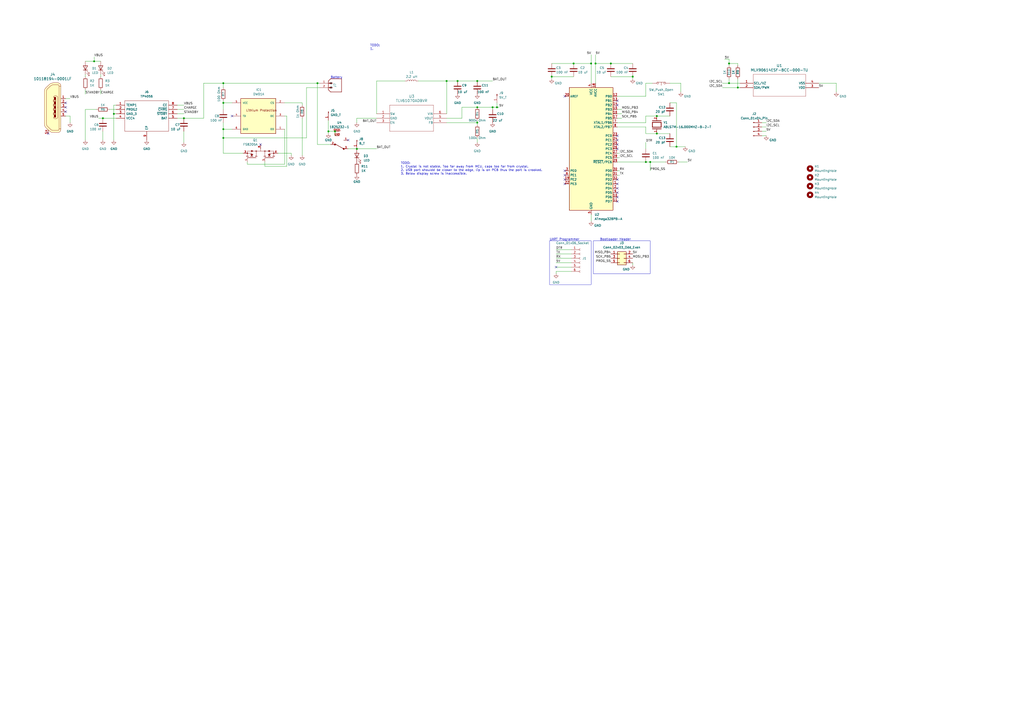
<source format=kicad_sch>
(kicad_sch (version 20230121) (generator eeschema)
  (paper "A2")
  (lib_symbols
    (symbol "1825232-1:1825232-1" (pin_names (offset 1.016))
      (property "Reference" "U" (at 0 1.5247 0))
      (property "Value" "1825232-1" (at 0 7.1182 0))
      (symbol "1825232-1_0_0"
        (pin passive line (at -5.08 -7.62 0) (length 2.54) (name "~") (number "1"))
        (pin passive line (at 5.08 -5.08 180) (length 2.54) (name "~") (number "2"))
        (pin passive line (at -5.08 -2.54 0) (length 2.54) (name "~") (number "3"))
        (pin passive line (at 2.54 -10.16 180) (length 2.54) (name "~") (number "GND"))
        (pin passive line (at 2.54 -12.7 180) (length 2.54) (name "~") (number "GND1"))
      )
    )
    (symbol "2024-05-15_15-16-14:MLX90614ESF-BCC-000-TU" (pin_names (offset 0.254))
      (property "Reference" "U" (at 22.86 10.16 0))
      (property "Value" "MLX90614ESF-BCC-000-TU" (at 22.86 7.62 0))
      (symbol "MLX90614ESF-BCC-000-TU_0_1"
        (pin input line (at 0 0 0) (length 7.62) (name "SCL/VZ") (number "1"))
        (pin bidirectional line (at 0 -2.54 0) (length 7.62) (name "SDA/PWM") (number "2"))
        (pin power_in line (at 45.72 -2.54 180) (length 7.62) (name "VDD") (number "3"))
        (pin power_out line (at 45.72 0 180) (length 7.62) (name "VSS") (number "4"))
      )
    )
    (symbol "ABLS7M-16.000MHZ-B-2-T:ABLS7M-16.000MHZ-B-2-T" (pin_names (offset 1.016))
      (property "Reference" "Y" (at -5.0878 3.8159 0))
      (property "Value" "ABLS7M-16.000MHZ-B-2-T" (at -5.0944 -5.0944 0))
      (symbol "ABLS7M-16.000MHZ-B-2-T_0_0"
        (pin passive line (at -5.08 0 0) (length 2.54) (name "~") (number "1"))
        (pin passive line (at 5.08 0 180) (length 2.54) (name "~") (number "2"))
      )
    )
    (symbol "B2B-XH-A_LF__SN_:B2B-XH-A(LF)(SN)" (pin_names (offset 1.016))
      (property "Reference" "J" (at 0 6.35 0))
      (property "Value" "B2B-XH-A(LF)(SN)" (at 0 -5.08 0))
      (symbol "B2B-XH-A(LF)(SN)_0_0"
        (pin passive line (at -5.08 2.54 0) (length 5.08) (name "1") (number "1"))
        (pin passive line (at -5.08 0 0) (length 5.08) (name "2") (number "2"))
      )
    )
    (symbol "Connector:Conn_01x01_Pin" (pin_names (offset 1.016) hide)
      (property "Reference" "J" (at 0 2.54 0))
      (property "Value" "Conn_01x01_Pin" (at 0 -2.54 0))
      (symbol "Conn_01x01_Pin_1_1"
        (pin passive line (at 5.08 0 180) (length 3.81) (name "Pin_1") (number "1"))
      )
    )
    (symbol "Connector:Conn_01x04_Pin" (pin_names (offset 1.016) hide)
      (property "Reference" "J" (at 0 5.08 0))
      (property "Value" "Conn_01x04_Pin" (at 0 -7.62 0))
      (symbol "Conn_01x04_Pin_1_1"
        (pin passive line (at 5.08 2.54 180) (length 3.81) (name "Pin_1") (number "1"))
        (pin passive line (at 5.08 0 180) (length 3.81) (name "Pin_2") (number "2"))
        (pin passive line (at 5.08 -2.54 180) (length 3.81) (name "Pin_3") (number "3"))
        (pin passive line (at 5.08 -5.08 180) (length 3.81) (name "Pin_4") (number "4"))
      )
    )
    (symbol "Connector:Conn_01x06_Socket" (pin_names (offset 1.016) hide)
      (property "Reference" "J" (at 0 7.62 0))
      (property "Value" "Conn_01x06_Socket" (at 0 -10.16 0))
      (symbol "Conn_01x06_Socket_1_1"
        (pin passive line (at -5.08 5.08 0) (length 3.81) (name "Pin_1") (number "1"))
        (pin passive line (at -5.08 2.54 0) (length 3.81) (name "Pin_2") (number "2"))
        (pin passive line (at -5.08 0 0) (length 3.81) (name "Pin_3") (number "3"))
        (pin passive line (at -5.08 -2.54 0) (length 3.81) (name "Pin_4") (number "4"))
        (pin passive line (at -5.08 -5.08 0) (length 3.81) (name "Pin_5") (number "5"))
        (pin passive line (at -5.08 -7.62 0) (length 3.81) (name "Pin_6") (number "6"))
      )
    )
    (symbol "Connector_Generic:Conn_02x03_Odd_Even" (pin_names (offset 1.016) hide)
      (property "Reference" "J" (at 1.27 5.08 0))
      (property "Value" "Conn_02x03_Odd_Even" (at 1.27 -5.08 0))
      (symbol "Conn_02x03_Odd_Even_1_1"
        (pin passive line (at -5.08 2.54 0) (length 3.81) (name "Pin_1") (number "1"))
        (pin passive line (at 7.62 2.54 180) (length 3.81) (name "Pin_2") (number "2"))
        (pin passive line (at -5.08 0 0) (length 3.81) (name "Pin_3") (number "3"))
        (pin passive line (at 7.62 0 180) (length 3.81) (name "Pin_4") (number "4"))
        (pin passive line (at -5.08 -2.54 0) (length 3.81) (name "Pin_5") (number "5"))
        (pin passive line (at 7.62 -2.54 180) (length 3.81) (name "Pin_6") (number "6"))
      )
    )
    (symbol "DW01A:DW01A" (pin_names (offset 1.016))
      (property "Reference" "IC" (at -5.08 11.43 0))
      (property "Value" "DW01A" (at -5.08 -12.7 0))
      (symbol "DW01A_0_0"
        (text "Lithium Protection" (at -7.112 2.54 0) (effects (font (size 1.27 1.27)) (justify left bottom)))
        (pin bidirectional line (at 15.24 -7.62 180) (length 5.08) (name "OD") (number "1"))
        (pin bidirectional line (at 15.24 7.62 180) (length 5.08) (name "CS") (number "2"))
        (pin bidirectional line (at 15.24 0 180) (length 5.08) (name "OC") (number "3"))
        (pin bidirectional line (at -15.24 0 0) (length 5.08) (name "TD") (number "4"))
        (pin power_in line (at -15.24 7.62 0) (length 5.08) (name "VCC") (number "5"))
        (pin power_in line (at -15.24 -7.62 0) (length 5.08) (name "GND") (number "6"))
      )
    )
    (symbol "Device:C" (pin_numbers hide) (pin_names (offset 0.254))
      (property "Reference" "C" (at 0.635 2.54 0))
      (property "Value" "C" (at 0.635 -2.54 0))
      (symbol "C_1_1"
        (pin passive line (at 0 3.81 270) (length 2.794) (name "~") (number "1"))
        (pin passive line (at 0 -3.81 90) (length 2.794) (name "~") (number "2"))
      )
    )
    (symbol "Device:L" (pin_numbers hide) (pin_names (offset 1.016) hide)
      (property "Reference" "L" (at -1.27 0 90))
      (property "Value" "L" (at 1.905 0 90))
      (symbol "L_1_1"
        (pin passive line (at 0 3.81 270) (length 1.27) (name "1") (number "1"))
        (pin passive line (at 0 -3.81 90) (length 1.27) (name "2") (number "2"))
      )
    )
    (symbol "Device:LED" (pin_numbers hide) (pin_names (offset 1.016) hide)
      (property "Reference" "D" (at 0 2.54 0))
      (property "Value" "LED" (at 0 -2.54 0))
      (symbol "LED_1_1"
        (pin passive line (at -3.81 0 0) (length 2.54) (name "K") (number "1"))
        (pin passive line (at 3.81 0 180) (length 2.54) (name "A") (number "2"))
      )
    )
    (symbol "Device:R" (pin_numbers hide) (pin_names (offset 0))
      (property "Reference" "R" (at 2.032 0 90))
      (property "Value" "R" (at 0 0 90))
      (symbol "R_1_1"
        (pin passive line (at 0 3.81 270) (length 1.27) (name "~") (number "1"))
        (pin passive line (at 0 -3.81 90) (length 1.27) (name "~") (number "2"))
      )
    )
    (symbol "FS8205A:FS8205A" (pin_names (offset 1.016))
      (property "Reference" "Q" (at -11.43 7.62 0))
      (property "Value" "FS8205A" (at -11.43 -12.7 0))
      (symbol "FS8205A_0_0"
        (pin passive line (at 5.08 0 180) (length 2.54) (name "~") (number "1"))
        (pin passive line (at 0 -10.16 90) (length 2.54) (name "~") (number "2"))
        (pin passive line (at 0 -10.16 90) (length 2.54) (name "~") (number "3"))
        (pin passive line (at -5.08 -7.62 0) (length 2.54) (name "~") (number "4"))
        (pin passive line (at -5.08 2.54 0) (length 2.54) (name "~") (number "5"))
        (pin passive line (at 0 10.16 270) (length 2.54) (name "~") (number "6"))
        (pin passive line (at 0 10.16 270) (length 2.54) (name "~") (number "7"))
        (pin passive line (at 5.08 0 180) (length 2.54) (name "~") (number "8"))
      )
    )
    (symbol "MCU_Microchip_ATmega:ATmega328PB-A"
      (property "Reference" "U" (at -12.7 36.83 0))
      (property "Value" "ATmega328PB-A" (at 2.54 -36.83 0))
      (symbol "ATmega328PB-A_1_1"
        (pin bidirectional line (at 15.24 -20.32 180) (length 2.54) (name "PD3") (number "1"))
        (pin bidirectional line (at 15.24 -27.94 180) (length 2.54) (name "PD6") (number "10"))
        (pin bidirectional line (at 15.24 -30.48 180) (length 2.54) (name "PD7") (number "11"))
        (pin bidirectional line (at 15.24 30.48 180) (length 2.54) (name "PB0") (number "12"))
        (pin bidirectional line (at 15.24 27.94 180) (length 2.54) (name "PB1") (number "13"))
        (pin bidirectional line (at 15.24 25.4 180) (length 2.54) (name "PB2") (number "14"))
        (pin bidirectional line (at 15.24 22.86 180) (length 2.54) (name "PB3") (number "15"))
        (pin bidirectional line (at 15.24 20.32 180) (length 2.54) (name "PB4") (number "16"))
        (pin bidirectional line (at 15.24 17.78 180) (length 2.54) (name "PB5") (number "17"))
        (pin power_in line (at 2.54 38.1 270) (length 2.54) (name "AVCC") (number "18"))
        (pin bidirectional line (at -15.24 -17.78 0) (length 2.54) (name "PE2") (number "19"))
        (pin bidirectional line (at 15.24 -22.86 180) (length 2.54) (name "PD4") (number "2"))
        (pin passive line (at -15.24 30.48 0) (length 2.54) (name "AREF") (number "20"))
        (pin passive line (at 0 -38.1 90) (length 2.54) hide (name "GND") (number "21"))
        (pin bidirectional line (at -15.24 -20.32 0) (length 2.54) (name "PE3") (number "22"))
        (pin bidirectional line (at 15.24 7.62 180) (length 2.54) (name "PC0") (number "23"))
        (pin bidirectional line (at 15.24 5.08 180) (length 2.54) (name "PC1") (number "24"))
        (pin bidirectional line (at 15.24 2.54 180) (length 2.54) (name "PC2") (number "25"))
        (pin bidirectional line (at 15.24 0 180) (length 2.54) (name "PC3") (number "26"))
        (pin bidirectional line (at 15.24 -2.54 180) (length 2.54) (name "PC4") (number "27"))
        (pin bidirectional line (at 15.24 -5.08 180) (length 2.54) (name "PC5") (number "28"))
        (pin bidirectional line (at 15.24 -7.62 180) (length 2.54) (name "~{RESET}/PC6") (number "29"))
        (pin bidirectional line (at -15.24 -12.7 0) (length 2.54) (name "PE0") (number "3"))
        (pin bidirectional line (at 15.24 -12.7 180) (length 2.54) (name "PD0") (number "30"))
        (pin bidirectional line (at 15.24 -15.24 180) (length 2.54) (name "PD1") (number "31"))
        (pin bidirectional line (at 15.24 -17.78 180) (length 2.54) (name "PD2") (number "32"))
        (pin power_in line (at 0 38.1 270) (length 2.54) (name "VCC") (number "4"))
        (pin power_in line (at 0 -38.1 90) (length 2.54) (name "GND") (number "5"))
        (pin bidirectional line (at -15.24 -15.24 0) (length 2.54) (name "PE1") (number "6"))
        (pin bidirectional line (at 15.24 15.24 180) (length 2.54) (name "XTAL1/PB6") (number "7"))
        (pin bidirectional line (at 15.24 12.7 180) (length 2.54) (name "XTAL2/PB7") (number "8"))
        (pin bidirectional line (at 15.24 -25.4 180) (length 2.54) (name "PD5") (number "9"))
      )
    )
    (symbol "Mechanical:MountingHole" (pin_names (offset 1.016))
      (property "Reference" "H" (at 0 5.08 0))
      (property "Value" "MountingHole" (at 0 3.175 0))
    )
    (symbol "Switch:SW_Push_Open" (pin_numbers hide) (pin_names (offset 1.016) hide)
      (property "Reference" "SW" (at 0 2.54 0))
      (property "Value" "SW_Push_Open" (at 0 -1.905 0))
      (symbol "SW_Push_Open_0_1"
        (pin passive line (at -5.08 0 0) (length 2.54) (name "A") (number "1"))
      )
      (symbol "SW_Push_Open_1_1"
        (pin passive line (at 5.08 0 180) (length 2.54) (name "B") (number "2"))
      )
    )
    (symbol "TLV61070ADBVR:TLV61070ADBVR" (pin_names (offset 0.254))
      (property "Reference" "U" (at 20.32 10.16 0))
      (property "Value" "TLV61070ADBVR" (at 20.32 7.62 0))
      (symbol "TLV61070ADBVR_0_1"
        (pin power_in line (at 0 0 0) (length 7.62) (name "SW") (number "1"))
        (pin power_out line (at 0 -2.54 0) (length 7.62) (name "GND") (number "2"))
        (pin input line (at 0 -5.08 0) (length 7.62) (name "EN") (number "3"))
        (pin input line (at 40.64 -5.08 180) (length 7.62) (name "FB") (number "4"))
        (pin power_in line (at 40.64 -2.54 180) (length 7.62) (name "VOUT") (number "5"))
        (pin input line (at 40.64 0 180) (length 7.62) (name "VIN") (number "6"))
      )
    )
    (symbol "TP4056:TP4056" (pin_names (offset 0.762))
      (property "Reference" "J" (at 31.75 7.62 0))
      (property "Value" "TP4056" (at 31.75 5.08 0))
      (symbol "TP4056_0_0"
        (pin passive line (at 0 0 0) (length 5.08) (name "TEMP1") (number "1"))
        (pin passive line (at 0 -2.54 0) (length 5.08) (name "PROG2") (number "2"))
        (pin passive line (at 0 -5.08 0) (length 5.08) (name "GND_3") (number "3"))
        (pin passive line (at 0 -7.62 0) (length 5.08) (name "VCC4") (number "4"))
        (pin passive line (at 35.56 -7.62 180) (length 5.08) (name "BAT") (number "5"))
        (pin passive line (at 35.56 -5.08 180) (length 5.08) (name "~{STDBY}") (number "6"))
        (pin passive line (at 35.56 -2.54 180) (length 5.08) (name "~{CHRG}") (number "7"))
        (pin passive line (at 35.56 0 180) (length 5.08) (name "CE") (number "8"))
        (pin passive line (at 17.78 -20.32 90) (length 5.08) (name "EP") (number "9"))
      )
    )
    (symbol "dk_USB-DVI-HDMI-Connectors:10118194-0001LF" (pin_names (offset 1.016))
      (property "Reference" "J" (at -4.445 15.24 0))
      (property "Value" "10118194-0001LF" (at -6.35 -7.62 90))
      (symbol "10118194-0001LF_1_1"
        (pin passive line (at 7.62 5.08 180) (length 2.794) (name "~") (number "1"))
        (pin passive line (at 7.62 2.54 180) (length 2.794) (name "~") (number "2"))
        (pin passive line (at 7.62 0 180) (length 2.794) (name "~") (number "3"))
        (pin passive line (at 7.62 -2.54 180) (length 2.794) (name "~") (number "4"))
        (pin passive line (at 7.62 -5.08 180) (length 2.794) (name "~") (number "5"))
        (pin passive line (at -2.54 -15.24 90) (length 2.032) (name "~") (number "SH"))
      )
    )
    (symbol "power:GND" (power) (pin_names (offset 0))
      (property "Value" "GND" (at 0 -3.81 0))
      (symbol "GND_1_1"
        (pin power_in line (at 0 0 270) (length 0) hide (name "GND") (number "1"))
      )
    )
  )
  (junction (at 190.5 76.2))
  (junction (at 381 67.31))
  (junction (at 129.54 74.93))
  (junction (at 374.65 93.98))
  (junction (at 66.04 66.04))
  (junction (at 129.54 59.69))
  (junction (at 285.75 62.23))
  (junction (at 377.19 93.98))
  (junction (at 320.04 44.45))
  (junction (at 184.15 48.26))
  (junction (at 276.86 62.23))
  (junction (at 332.74 36.83))
  (junction (at 427.99 50.8))
  (junction (at 422.91 48.26))
  (junction (at 342.9 36.83))
  (junction (at 288.29 62.23))
  (junction (at 129.54 80.01))
  (junction (at 129.54 48.26))
  (junction (at 381 77.47))
  (junction (at 276.86 71.12))
  (junction (at 422.91 36.83))
  (junction (at 59.69 68.58))
  (junction (at 276.86 46.99))
  (junction (at 354.33 36.83))
  (junction (at 392.43 85.09))
  (junction (at 106.68 68.58))
  (junction (at 367.03 44.45))
  (junction (at 345.44 36.83))
  (junction (at 54.61 35.56))
  (junction (at 194.31 76.2))
  (junction (at 259.08 46.99))
  (junction (at 265.43 46.99))
  (junction (at 207.01 86.36))
  (no_connect (at 358.14 58.42))
  (no_connect (at 151.13 83.82))
  (no_connect (at 327.66 106.68))
  (no_connect (at 327.66 99.06))
  (no_connect (at 358.14 81.28))
  (no_connect (at 327.66 104.14))
  (no_connect (at 358.14 109.22))
  (no_connect (at 358.14 116.84))
  (no_connect (at 358.14 83.82))
  (no_connect (at 358.14 60.96))
  (no_connect (at 358.14 114.3))
  (no_connect (at 358.14 106.68))
  (no_connect (at 327.66 55.88))
  (no_connect (at 38.1 62.23))
  (no_connect (at 38.1 59.69))
  (no_connect (at 27.94 77.47))
  (no_connect (at 358.14 86.36))
  (no_connect (at 327.66 101.6))
  (no_connect (at 358.14 78.74))
  (no_connect (at 38.1 64.77))
  (no_connect (at 322.58 154.94))
  (no_connect (at 201.93 81.28))
  (no_connect (at 358.14 104.14))
  (no_connect (at 358.14 111.76))
  (no_connect (at 134.62 67.31))
  (wire (pts (xy 374.65 77.47) (xy 381 77.47)))
  (wire (pts (xy 358.14 88.9) (xy 359.41 88.9)))
  (wire (pts (xy 153.67 96.52) (xy 153.67 93.98)))
  (wire (pts (xy 427.99 38.1) (xy 427.99 36.83)))
  (wire (pts (xy 285.75 46.99) (xy 276.86 46.99)))
  (wire (pts (xy 267.97 68.58) (xy 267.97 62.23)))
  (wire (pts (xy 58.42 52.07) (xy 58.42 54.61)))
  (wire (pts (xy 218.44 68.58) (xy 207.01 68.58)))
  (wire (pts (xy 288.29 59.69) (xy 288.29 62.23)))
  (wire (pts (xy 322.58 158.75) (xy 322.58 157.48)))
  (wire (pts (xy 342.9 36.83) (xy 342.9 48.26)))
  (wire (pts (xy 322.58 149.86) (xy 331.47 149.86)))
  (wire (pts (xy 259.08 68.58) (xy 267.97 68.58)))
  (wire (pts (xy 441.96 73.66) (xy 444.5 73.66)))
  (wire (pts (xy 185.42 48.26) (xy 184.15 48.26)))
  (wire (pts (xy 332.74 36.83) (xy 342.9 36.83)))
  (wire (pts (xy 194.31 76.2) (xy 190.5 76.2)))
  (wire (pts (xy 285.75 62.23) (xy 285.75 63.5)))
  (wire (pts (xy 394.97 48.26) (xy 394.97 53.34)))
  (wire (pts (xy 322.58 144.78) (xy 331.47 144.78)))
  (wire (pts (xy 419.1 48.26) (xy 422.91 48.26)))
  (wire (pts (xy 165.1 59.69) (xy 175.26 59.69)))
  (wire (pts (xy 129.54 74.93) (xy 134.62 74.93)))
  (wire (pts (xy 175.26 68.58) (xy 175.26 90.17)))
  (wire (pts (xy 129.54 58.42) (xy 129.54 59.69)))
  (wire (pts (xy 388.62 48.26) (xy 394.97 48.26)))
  (wire (pts (xy 118.11 48.26) (xy 129.54 48.26)))
  (wire (pts (xy 374.65 73.66) (xy 374.65 77.47)))
  (wire (pts (xy 322.58 147.32) (xy 331.47 147.32)))
  (wire (pts (xy 285.75 62.23) (xy 288.29 62.23)))
  (wire (pts (xy 129.54 63.5) (xy 129.54 59.69)))
  (wire (pts (xy 194.31 76.2) (xy 194.31 78.74)))
  (wire (pts (xy 422.91 48.26) (xy 429.26 48.26)))
  (wire (pts (xy 276.86 80.01) (xy 276.86 82.55)))
  (wire (pts (xy 165.1 74.93) (xy 165.1 95.25)))
  (wire (pts (xy 320.04 45.72) (xy 320.04 44.45)))
  (wire (pts (xy 474.98 48.26) (xy 485.14 48.26)))
  (wire (pts (xy 57.15 68.58) (xy 59.69 68.58)))
  (wire (pts (xy 118.11 68.58) (xy 118.11 48.26)))
  (wire (pts (xy 345.44 36.83) (xy 354.33 36.83)))
  (wire (pts (xy 66.04 60.96) (xy 66.04 66.04)))
  (wire (pts (xy 485.14 48.26) (xy 485.14 53.34)))
  (wire (pts (xy 377.19 93.98) (xy 374.65 93.98)))
  (wire (pts (xy 322.58 157.48) (xy 331.47 157.48)))
  (wire (pts (xy 276.86 62.23) (xy 285.75 62.23)))
  (wire (pts (xy 166.37 96.52) (xy 153.67 96.52)))
  (wire (pts (xy 191.77 83.82) (xy 184.15 83.82)))
  (wire (pts (xy 168.91 88.9) (xy 168.91 90.17)))
  (wire (pts (xy 129.54 71.12) (xy 129.54 74.93)))
  (wire (pts (xy 422.91 45.72) (xy 422.91 48.26)))
  (wire (pts (xy 234.95 46.99) (xy 218.44 46.99)))
  (wire (pts (xy 354.33 44.45) (xy 367.03 44.45)))
  (wire (pts (xy 140.97 88.9) (xy 129.54 88.9)))
  (wire (pts (xy 392.43 85.09) (xy 388.62 85.09)))
  (wire (pts (xy 177.8 80.01) (xy 129.54 80.01)))
  (wire (pts (xy 441.96 76.2) (xy 444.5 76.2)))
  (wire (pts (xy 165.1 67.31) (xy 166.37 67.31)))
  (wire (pts (xy 58.42 43.18) (xy 58.42 44.45)))
  (wire (pts (xy 63.5 63.5) (xy 67.31 63.5)))
  (wire (pts (xy 190.5 69.85) (xy 190.5 76.2)))
  (wire (pts (xy 374.65 71.12) (xy 374.65 67.31)))
  (wire (pts (xy 129.54 59.69) (xy 134.62 59.69)))
  (wire (pts (xy 358.14 66.04) (xy 360.68 66.04)))
  (wire (pts (xy 40.64 67.31) (xy 40.64 71.12)))
  (wire (pts (xy 392.43 59.69) (xy 392.43 85.09)))
  (wire (pts (xy 143.51 95.25) (xy 143.51 93.98)))
  (wire (pts (xy 165.1 95.25) (xy 143.51 95.25)))
  (wire (pts (xy 374.65 55.88) (xy 374.65 48.26)))
  (wire (pts (xy 190.5 76.2) (xy 190.5 77.47)))
  (wire (pts (xy 106.68 76.2) (xy 106.68 82.55)))
  (wire (pts (xy 259.08 46.99) (xy 265.43 46.99)))
  (wire (pts (xy 374.65 48.26) (xy 378.46 48.26)))
  (wire (pts (xy 381 67.31) (xy 388.62 67.31)))
  (wire (pts (xy 175.26 59.69) (xy 175.26 60.96)))
  (wire (pts (xy 276.86 71.12) (xy 276.86 72.39)))
  (wire (pts (xy 422.91 34.29) (xy 422.91 36.83)))
  (wire (pts (xy 54.61 33.02) (xy 54.61 35.56)))
  (wire (pts (xy 441.96 71.12) (xy 444.5 71.12)))
  (wire (pts (xy 393.7 93.98) (xy 398.78 93.98)))
  (wire (pts (xy 218.44 46.99) (xy 218.44 66.04)))
  (wire (pts (xy 342.9 124.46) (xy 342.9 128.27)))
  (wire (pts (xy 185.42 50.8) (xy 177.8 50.8)))
  (wire (pts (xy 288.29 62.23) (xy 289.56 62.23)))
  (wire (pts (xy 374.65 82.55) (xy 374.65 86.36)))
  (wire (pts (xy 207.01 68.58) (xy 207.01 71.12)))
  (wire (pts (xy 276.86 69.85) (xy 276.86 71.12)))
  (wire (pts (xy 207.01 86.36) (xy 218.44 86.36)))
  (wire (pts (xy 59.69 68.58) (xy 67.31 68.58)))
  (wire (pts (xy 358.14 71.12) (xy 374.65 71.12)))
  (wire (pts (xy 184.15 48.26) (xy 184.15 83.82)))
  (wire (pts (xy 322.58 154.94) (xy 331.47 154.94)))
  (wire (pts (xy 374.65 67.31) (xy 381 67.31)))
  (wire (pts (xy 345.44 31.75) (xy 345.44 36.83)))
  (wire (pts (xy 102.87 68.58) (xy 106.68 68.58)))
  (wire (pts (xy 177.8 50.8) (xy 177.8 80.01)))
  (wire (pts (xy 129.54 88.9) (xy 129.54 80.01)))
  (wire (pts (xy 66.04 66.04) (xy 67.31 66.04)))
  (wire (pts (xy 49.53 43.18) (xy 49.53 44.45)))
  (wire (pts (xy 106.68 68.58) (xy 118.11 68.58)))
  (wire (pts (xy 102.87 60.96) (xy 106.68 60.96)))
  (wire (pts (xy 358.14 91.44) (xy 359.41 91.44)))
  (wire (pts (xy 59.69 81.28) (xy 59.69 76.2)))
  (wire (pts (xy 55.88 63.5) (xy 49.53 63.5)))
  (wire (pts (xy 49.53 52.07) (xy 49.53 54.61)))
  (wire (pts (xy 358.14 99.06) (xy 359.41 99.06)))
  (wire (pts (xy 201.93 86.36) (xy 207.01 86.36)))
  (wire (pts (xy 259.08 46.99) (xy 259.08 66.04)))
  (wire (pts (xy 67.31 60.96) (xy 66.04 60.96)))
  (wire (pts (xy 381 77.47) (xy 388.62 77.47)))
  (wire (pts (xy 320.04 36.83) (xy 332.74 36.83)))
  (wire (pts (xy 129.54 50.8) (xy 129.54 48.26)))
  (wire (pts (xy 345.44 36.83) (xy 345.44 48.26)))
  (wire (pts (xy 265.43 46.99) (xy 276.86 46.99)))
  (wire (pts (xy 242.57 46.99) (xy 259.08 46.99)))
  (wire (pts (xy 358.14 73.66) (xy 374.65 73.66)))
  (wire (pts (xy 392.43 85.09) (xy 397.51 85.09)))
  (wire (pts (xy 358.14 55.88) (xy 374.65 55.88)))
  (wire (pts (xy 388.62 59.69) (xy 392.43 59.69)))
  (wire (pts (xy 129.54 80.01) (xy 129.54 74.93)))
  (wire (pts (xy 422.91 38.1) (xy 422.91 36.83)))
  (wire (pts (xy 427.99 50.8) (xy 429.26 50.8)))
  (wire (pts (xy 102.87 63.5) (xy 106.68 63.5)))
  (wire (pts (xy 367.03 45.72) (xy 367.03 44.45)))
  (wire (pts (xy 358.14 93.98) (xy 374.65 93.98)))
  (wire (pts (xy 322.58 152.4) (xy 331.47 152.4)))
  (wire (pts (xy 377.19 99.06) (xy 377.19 93.98)))
  (wire (pts (xy 427.99 36.83) (xy 422.91 36.83)))
  (wire (pts (xy 129.54 48.26) (xy 184.15 48.26)))
  (wire (pts (xy 49.53 63.5) (xy 49.53 81.28)))
  (wire (pts (xy 267.97 62.23) (xy 276.86 62.23)))
  (wire (pts (xy 342.9 31.75) (xy 342.9 36.83)))
  (wire (pts (xy 358.14 101.6) (xy 359.41 101.6)))
  (wire (pts (xy 66.04 66.04) (xy 66.04 81.28)))
  (wire (pts (xy 419.1 50.8) (xy 427.99 50.8)))
  (wire (pts (xy 38.1 67.31) (xy 40.64 67.31)))
  (wire (pts (xy 54.61 35.56) (xy 58.42 35.56)))
  (wire (pts (xy 49.53 35.56) (xy 54.61 35.56)))
  (wire (pts (xy 259.08 71.12) (xy 276.86 71.12)))
  (wire (pts (xy 441.96 78.74) (xy 444.5 78.74)))
  (wire (pts (xy 38.1 57.15) (xy 40.64 57.15)))
  (wire (pts (xy 320.04 44.45) (xy 332.74 44.45)))
  (wire (pts (xy 427.99 45.72) (xy 427.99 50.8)))
  (wire (pts (xy 358.14 63.5) (xy 360.68 63.5)))
  (wire (pts (xy 422.91 34.29) (xy 420.37 34.29)))
  (wire (pts (xy 102.87 66.04) (xy 106.68 66.04)))
  (wire (pts (xy 161.29 88.9) (xy 168.91 88.9)))
  (wire (pts (xy 358.14 68.58) (xy 360.68 68.58)))
  (wire (pts (xy 354.33 36.83) (xy 367.03 36.83)))
  (wire (pts (xy 367.03 152.4) (xy 367.03 153.67)))
  (wire (pts (xy 166.37 67.31) (xy 166.37 96.52)))
  (wire (pts (xy 377.19 93.98) (xy 386.08 93.98)))
  (rectangle (start 318.77 139.7) (end 342.9 165.1))
  (rectangle (start 344.17 139.7) (end 377.19 158.75))
  (text "TODO:\n1. \n" (at 214.63 29.21 0) (effects (font (size 1.27 1.27)) (justify left bottom)))
  (text "UART Programmer" (at 318.77 139.7 0) (effects (font (size 1.27 1.27)) (justify left bottom)))
  (text "Battery" (at 191.77 45.72 0) (effects (font (size 1.27 1.27)) (justify left bottom)))
  (text "TODO:\n1. Crystal is not stable. Too far away from MCU, caps too far from crystal.\n2. USB port shouldd be closer to the edge, lip is on PCB thus the port is crooked.\n3. Below display screw is inaccessible. " (at 232.41 101.6 0) (effects (font (size 1.27 1.27)) (justify left bottom)))
  (text "Bootloader Header" (at 347.98 139.7 0) (effects (font (size 1.27 1.27)) (justify left bottom)))
  (label "I2C_SCL" (at 419.1 48.26 180))
  (label "CHARGE" (at 58.42 54.61 0))
  (label "TX" (at 322.58 147.32 0))
  (label "SCK_PB5" (at 354.33 149.86 180))
  (label "5V" (at 420.37 34.29 0))
  (label "DTR" (at 322.58 144.78 0))
  (label "5V" (at 444.5 76.2 0))
  (label "BAT_OUT" (at 285.75 46.99 0))
  (label "I2C_SCL" (at 444.5 73.66 0))
  (label "VBUS" (at 40.64 57.15 0))
  (label "I2C_SDA" (at 419.1 50.8 180))
  (label "BAT_OUT" (at 218.44 86.36 0))
  (label "5V" (at 367.03 147.32 0))
  (label "5V" (at 345.44 31.75 0))
  (label "5V" (at 474.98 50.8 0))
  (label "5V" (at 398.78 93.98 0))
  (label "VBUS" (at 57.15 68.58 180))
  (label "BAT_OUT" (at 218.44 71.12 180))
  (label "MOSI_PB3" (at 367.03 149.86 0))
  (label "DTR" (at 374.65 82.55 0))
  (label "PROG_SS" (at 354.33 152.4 180))
  (label "5V" (at 289.56 62.23 0))
  (label "STANDBY" (at 49.53 54.61 0))
  (label "I2C_SDA" (at 444.5 71.12 0))
  (label "5V" (at 342.9 31.75 180))
  (label "I2C_SCL" (at 359.41 91.44 0))
  (label "MISO_PB4" (at 354.33 147.32 180))
  (label "SCK_PB5" (at 360.68 68.58 0))
  (label "MISO_PB4" (at 360.68 66.04 0))
  (label "I2C_SDA" (at 359.41 88.9 0))
  (label "CHARGE" (at 106.68 63.5 0))
  (label "TX" (at 359.41 101.6 0))
  (label "5V" (at 322.58 152.4 0))
  (label "VBUS" (at 106.68 60.96 0))
  (label "RX" (at 322.58 149.86 0))
  (label "STANDBY" (at 106.68 66.04 0))
  (label "MOSI_PB3" (at 360.68 63.5 0))
  (label "RX" (at 359.41 99.06 0))
  (label "PROG_SS" (at 377.19 99.06 0))
  (label "VBUS" (at 54.61 33.02 0))
  (symbol (lib_id "Device:C") (at 285.75 67.31 0) (unit 1)
    (property "Reference" "C10" (at 288.29 66.04 0) (effects (justify left)))
    (property "Value" "22 uF" (at 285.75 69.85 0) (effects (justify left)))
    (property "Footprint" "Capacitor_SMD:C_0805_2012Metric" (effects hide))
  )
  (symbol (lib_id "power:GND") (at 190.5 77.47 0) (unit 1)
    (property "Reference" "#PWR02" (effects hide))
    (property "Value" "GND" (at 190.5 81.28 0))
  )
  (symbol (lib_id "power:GND") (at 394.97 53.34 0) (unit 1)
    (property "Reference" "#PWR024" (effects hide))
    (property "Value" "GND" (at 398.78 55.88 0))
  )
  (symbol (lib_id "B2B-XH-A_LF__SN_:B2B-XH-A(LF)(SN)") (at 190.5 50.8 0) (unit 1)
    (property "Reference" "J7" (at 194.31 48.26 90) (effects (justify right)))
    (property "Value" "B2B-XH-A(LF)(SN)" (effects hide))
    (property "Footprint" "B2B-XH-A(LF)(SN):JST_B2B-XH-A(LF)(SN)" (effects hide))
    (property "MF" "JST Sales America Inc." (effects hide))
    (property "MAXIMUM_PACKAGE_HEIGHT" "7 mm" (effects hide))
    (property "Package" "None" (effects hide))
    (property "Price" "None" (effects hide))
    (property "Check_prices" "https://www.snapeda.com/parts/B2B-XH-A(LF)(SN)/JST+Sales+America+Inc./view-part/?ref=eda" (effects hide))
    (property "STANDARD" "Manufacturer Recommendations" (effects hide))
    (property "PARTREV" "N/A" (effects hide))
    (property "SnapEDA_Link" "https://www.snapeda.com/parts/B2B-XH-A(LF)(SN)/JST+Sales+America+Inc./view-part/?ref=snap" (effects hide))
    (property "MP" "B2B-XH-A(LF)(SN)" (effects hide))
    (property "Purchase-URL" "https://www.snapeda.com/api/url_track_click_mouser/?unipart_id=7154244&manufacturer=JST Sales America Inc.&part_name=B2B-XH-A(LF)(SN)&search_term=jst 2 pin" (effects hide))
    (property "Description" "\nConnector Header Through Hole 2 position 0.098 (2.50mm)\n" (effects hide))
    (property "Availability" "In Stock" (effects hide))
    (property "MANUFACTURER" "JST Sales America Inc." (effects hide))
  )
  (symbol (lib_id "Device:C") (at 388.62 63.5 0) (mirror y) (unit 1)
    (property "Reference" "C12" (at 386.08 62.23 0) (effects (justify left)))
    (property "Value" "20 pF" (at 386.08 64.77 0) (effects (justify left)))
    (property "Footprint" "Capacitor_SMD:C_0805_2012Metric" (effects hide))
  )
  (symbol (lib_id "Device:R") (at 49.53 48.26 0) (unit 1)
    (property "Reference" "R2" (at 52.07 46.99 0) (effects (justify left)))
    (property "Value" "1K" (at 52.07 49.53 0) (effects (justify left)))
    (property "Footprint" "Resistor_SMD:R_0805_2012Metric" (effects hide))
  )
  (symbol (lib_id "Device:R") (at 422.91 41.91 180) (unit 1)
    (property "Reference" "R10" (at 422.91 41.91 90))
    (property "Value" "1K" (at 420.37 41.91 90))
    (property "Footprint" "Resistor_SMD:R_0805_2012Metric" (effects hide))
  )
  (symbol (lib_id "power:GND") (at 322.58 158.75 0) (unit 1)
    (property "Reference" "#PWR01" (effects hide))
    (property "Value" "GND" (at 322.58 163.83 0))
  )
  (symbol (lib_id "TP4056:TP4056") (at 67.31 60.96 0) (unit 1)
    (property "Reference" "J6" (at 85.09 53.34 0))
    (property "Value" "TP4056" (at 85.09 55.88 0))
    (property "Footprint" "tp4056:SOIC127P600X175-9N" (effects hide))
    (property "Datasheet" "https://dlnmh9ip6v2uc.cloudfront.net/datasheets/Prototyping/TP4056.pdf" (effects hide))
    (property "Description" "1A Standalone Linear Li-lon Battery Charger, SOP-8" (effects hide))
    (property "Height" "1.75" (effects hide))
    (property "Manufacturer_Name" "NanJing Top Power" (effects hide))
    (property "Manufacturer_Part_Number" "TP4056" (effects hide))
  )
  (symbol (lib_id "Device:C") (at 388.62 81.28 0) (mirror y) (unit 1)
    (property "Reference" "C13" (at 386.08 80.01 0) (effects (justify left)))
    (property "Value" "20 pF" (at 386.08 82.55 0) (effects (justify left)))
    (property "Footprint" "Capacitor_SMD:C_0805_2012Metric" (effects hide))
  )
  (symbol (lib_id "Connector_Generic:Conn_02x03_Odd_Even") (at 359.41 149.86 0) (unit 1)
    (property "Reference" "J3" (at 360.68 140.97 0))
    (property "Value" "Conn_02x03_Odd_Even" (at 360.68 143.51 0))
    (property "Footprint" "Connector_PinHeader_2.54mm:PinHeader_2x03_P2.54mm_Vertical" (effects hide))
  )
  (symbol (lib_id "dk_USB-DVI-HDMI-Connectors:10118194-0001LF") (at 30.48 62.23 0) (unit 1)
    (property "Reference" "J4" (at 30.5308 43.18 0) (effects (font (size 1.524 1.524))))
    (property "Value" "10118194-0001LF" (at 30.5308 45.72 0) (effects (font (size 1.524 1.524))))
    (property "Footprint" "digikey-footprints:USB_Micro_B_Female_10118194-0001LF" (effects hide))
    (property "Datasheet" "http://www.amphenol-icc.com/media/wysiwyg/files/drawing/10118194.pdf" (effects hide))
    (property "Digi-Key_PN" "609-4618-1-ND" (effects hide))
    (property "MPN" "10118194-0001LF" (effects hide))
    (property "Category" "Connectors, Interconnects" (effects hide))
    (property "Family" "USB, DVI, HDMI Connectors" (effects hide))
    (property "DK_Datasheet_Link" "http://www.amphenol-icc.com/media/wysiwyg/files/drawing/10118194.pdf" (effects hide))
    (property "DK_Detail_Page" "/product-detail/en/amphenol-icc-fci/10118194-0001LF/609-4618-1-ND/2785382" (effects hide))
    (property "Description" "CONN RCPT USB2.0 MICRO B SMD R/A" (effects hide))
    (property "Manufacturer" "Amphenol ICC (FCI)" (effects hide))
    (property "Status" "Active" (effects hide))
  )
  (symbol (lib_id "Mechanical:MountingHole") (at 469.9 97.79 0) (unit 1)
    (property "Reference" "H1" (at 472.44 96.52 0) (effects (justify left)))
    (property "Value" "MountingHole" (at 472.44 99.06 0) (effects (justify left)))
    (property "Footprint" "MountingHole:MountingHole_2.2mm_M2" (effects hide))
  )
  (symbol (lib_id "Device:C") (at 374.65 90.17 0) (unit 1)
    (property "Reference" "C1" (at 378.46 88.9 0) (effects (justify left)))
    (property "Value" "100 nF" (at 378.46 91.44 0) (effects (justify left)))
    (property "Footprint" "Capacitor_SMD:C_0805_2012Metric" (effects hide))
  )
  (symbol (lib_id "power:GND") (at 276.86 54.61 0) (unit 1)
    (property "Reference" "#PWR018" (effects hide))
    (property "Value" "GND" (at 276.86 59.69 0))
  )
  (symbol (lib_id "Device:C") (at 367.03 40.64 0) (mirror y) (unit 1)
    (property "Reference" "C4" (at 364.49 39.37 0) (effects (justify left)))
    (property "Value" "100 nF" (at 364.49 41.91 0) (effects (justify left)))
    (property "Footprint" "Capacitor_SMD:C_0805_2012Metric" (effects hide))
  )
  (symbol (lib_id "Device:R") (at 276.86 66.04 180) (unit 1)
    (property "Reference" "R4" (at 276.86 66.04 90))
    (property "Value" "900k Ohm" (at 276.86 69.85 0))
    (property "Footprint" "Resistor_SMD:R_1206_3216Metric" (effects hide))
  )
  (symbol (lib_id "Device:LED") (at 49.53 39.37 90) (unit 1)
    (property "Reference" "D1" (at 53.34 39.6875 90) (effects (justify right)))
    (property "Value" "LED" (at 53.34 42.2275 90) (effects (justify right)))
    (property "Footprint" "LED_SMD:LED_0805_2012Metric" (effects hide))
  )
  (symbol (lib_id "power:GND") (at 40.64 71.12 0) (unit 1)
    (property "Reference" "#PWR06" (effects hide))
    (property "Value" "GND" (at 40.64 76.2 0))
  )
  (symbol (lib_id "Device:LED") (at 58.42 39.37 90) (unit 1)
    (property "Reference" "D2" (at 62.23 39.6875 90) (effects (justify right)))
    (property "Value" "LED" (at 62.23 42.2275 90) (effects (justify right)))
    (property "Footprint" "LED_SMD:LED_0805_2012Metric" (effects hide))
  )
  (symbol (lib_id "Device:C") (at 276.86 50.8 0) (unit 1)
    (property "Reference" "C11" (at 279.4 49.53 0) (effects (justify left)))
    (property "Value" "100 nF" (at 276.86 53.34 0) (effects (justify left)))
    (property "Footprint" "Capacitor_SMD:C_0805_2012Metric" (effects hide))
  )
  (symbol (lib_id "power:GND") (at 175.26 90.17 0) (unit 1)
    (property "Reference" "#PWR014" (effects hide))
    (property "Value" "GND" (at 175.26 95.25 0))
  )
  (symbol (lib_id "Device:LED") (at 207.01 90.17 90) (unit 1)
    (property "Reference" "D3" (at 210.82 90.4875 90) (effects (justify right)))
    (property "Value" "LED" (at 210.82 93.0275 90) (effects (justify right)))
    (property "Footprint" "LED_SMD:LED_0805_2012Metric" (effects hide))
  )
  (symbol (lib_id "DW01A:DW01A") (at 149.86 67.31 0) (unit 1)
    (property "Reference" "IC1" (at 150.0614 52.07 0))
    (property "Value" "DW01A" (at 150.0614 54.61 0))
    (property "Footprint" "dw01:SOT23-6" (effects hide))
    (property "MF" "Fortune Semiconductor" (effects hide))
    (property "Description" "\nOne Cell Lithium-ion/Polymer Battery Protection IC\n" (effects hide))
    (property "Package" "SOT-23-6 Fortune Semiconductor" (effects hide))
    (property "MPN" "DW01A" (effects hide))
    (property "Price" "None" (effects hide))
    (property "Check_prices" "https://www.snapeda.com/parts/DW01A/Fortune+Semiconductor/view-part/?ref=eda" (effects hide))
    (property "VALUE" "DW01A" (effects hide))
    (property "SnapEDA_Link" "https://www.snapeda.com/parts/DW01A/Fortune+Semiconductor/view-part/?ref=snap" (effects hide))
    (property "LCSC" "C351410" (effects hide))
    (property "Availability" "Not in stock" (effects hide))
    (property "MP" "DW01A" (effects hide))
  )
  (symbol (lib_id "Device:R") (at 129.54 54.61 180) (unit 1)
    (property "Reference" "R7" (at 129.54 54.61 90))
    (property "Value" "100 Ohm" (at 127 54.61 90))
    (property "Footprint" "Resistor_SMD:R_0805_2012Metric" (effects hide))
  )
  (symbol (lib_id "Mechanical:MountingHole") (at 469.9 113.03 0) (unit 1)
    (property "Reference" "H4" (at 472.44 111.76 0) (effects (justify left)))
    (property "Value" "MountingHole" (at 472.44 114.3 0) (effects (justify left)))
    (property "Footprint" "MountingHole:MountingHole_2.2mm_M2" (effects hide))
  )
  (symbol (lib_id "1825232-1:1825232-1") (at 196.85 88.9 180) (unit 1)
    (property "Reference" "U4" (at 196.85 71.12 0))
    (property "Value" "1825232-1" (at 196.85 73.66 0))
    (property "Footprint" "1825232-1:1825232-1" (effects hide))
    (property "Comment" "1825232-1" (effects hide))
    (property "MF" "TE Connectivity" (effects hide))
    (property "Description" "\nSwitch Slide ON None ON SPDT Side Slide 0.2A 30VDC 10000Cycle PC Pins Bracket Mount/Through Hole\n" (effects hide))
    (property "Package" "None" (effects hide))
    (property "Price" "None" (effects hide))
    (property "SnapEDA_Link" "https://www.snapeda.com/parts/1825232-1/TE+Connectivity+ALCOSWITCH+Switches/view-part/?ref=snap" (effects hide))
    (property "MP" "1825232-1" (effects hide))
    (property "Purchase-URL" "https://www.snapeda.com/api/url_track_click_mouser/?unipart_id=379421&manufacturer=TE Connectivity&part_name=1825232-1&search_term=	 1825232-1" (effects hide))
    (property "Availability" "In Stock" (effects hide))
    (property "Check_prices" "https://www.snapeda.com/parts/1825232-1/TE+Connectivity+ALCOSWITCH+Switches/view-part/?ref=eda" (effects hide))
  )
  (symbol (lib_id "Device:R") (at 276.86 76.2 180) (unit 1)
    (property "Reference" "R5" (at 276.86 76.2 90))
    (property "Value" "100k Ohm" (at 276.86 80.01 0))
    (property "Footprint" "Resistor_SMD:R_0805_2012Metric" (effects hide))
  )
  (symbol (lib_id "power:GND") (at 106.68 82.55 0) (unit 1)
    (property "Reference" "#PWR012" (effects hide))
    (property "Value" "GND" (at 106.68 87.63 0))
  )
  (symbol (lib_id "2024-05-15_15-16-14:MLX90614ESF-BCC-000-TU") (at 429.26 48.26 0) (unit 1)
    (property "Reference" "U1" (at 452.12 38.1 0) (effects (font (size 1.524 1.524))))
    (property "Value" "MLX90614ESF-BCC-000-TU" (at 452.12 40.64 0) (effects (font (size 1.524 1.524))))
    (property "Footprint" "MLX:MLX90614xCC_MEL" (effects hide))
    (property "Datasheet" "MLX90614ESF-BCC-000-TU" (effects hide))
  )
  (symbol (lib_id "Device:C") (at 106.68 72.39 0) (unit 1)
    (property "Reference" "C7" (at 101.6 72.39 0) (effects (justify left)))
    (property "Value" "10 uF" (at 99.06 74.93 0) (effects (justify left)))
    (property "Footprint" "Capacitor_SMD:C_0805_2012Metric" (effects hide))
  )
  (symbol (lib_id "power:GND") (at 367.03 45.72 0) (unit 1)
    (property "Reference" "#PWR04" (effects hide))
    (property "Value" "GND" (at 370.84 48.26 0))
  )
  (symbol (lib_id "Connector:Conn_01x04_Pin") (at 436.88 73.66 0) (unit 1)
    (property "Reference" "J2" (at 437.515 66.04 0))
    (property "Value" "Conn_01x04_Pin" (at 437.515 68.58 0))
    (property "Footprint" "Connector_PinHeader_2.54mm:PinHeader_1x04_P2.54mm_Vertical" (effects hide))
  )
  (symbol (lib_id "power:GND") (at 444.5 78.74 0) (unit 1)
    (property "Reference" "#PWR023" (effects hide))
    (property "Value" "GND" (at 448.31 81.28 0))
  )
  (symbol (lib_id "power:GND") (at 367.03 153.67 0) (unit 1)
    (property "Reference" "#PWR021" (effects hide))
    (property "Value" "GND" (at 363.22 156.21 0))
  )
  (symbol (lib_id "power:GND") (at 85.09 81.28 0) (unit 1)
    (property "Reference" "#PWR011" (effects hide))
    (property "Value" "GND" (at 85.09 86.36 0))
  )
  (symbol (lib_id "Device:L") (at 238.76 46.99 90) (unit 1)
    (property "Reference" "L1" (at 238.76 41.91 90))
    (property "Value" "2.2 uH" (at 238.76 44.45 90))
    (property "Footprint" "74438:IND_8357022_WRE" (effects hide))
  )
  (symbol (lib_id "Device:R") (at 58.42 48.26 0) (unit 1)
    (property "Reference" "R3" (at 60.96 46.99 0) (effects (justify left)))
    (property "Value" "1K" (at 60.96 49.53 0) (effects (justify left)))
    (property "Footprint" "Resistor_SMD:R_0805_2012Metric" (effects hide))
  )
  (symbol (lib_id "Device:C") (at 354.33 40.64 0) (mirror y) (unit 1)
    (property "Reference" "C5" (at 350.52 39.37 0) (effects (justify left)))
    (property "Value" "10 uF" (at 351.79 41.91 0) (effects (justify left)))
    (property "Footprint" "Capacitor_SMD:C_0805_2012Metric" (effects hide))
  )
  (symbol (lib_id "power:GND") (at 485.14 53.34 0) (unit 1)
    (property "Reference" "#PWR020" (effects hide))
    (property "Value" "GND" (at 488.95 55.88 0))
  )
  (symbol (lib_id "Mechanical:MountingHole") (at 469.9 107.95 0) (unit 1)
    (property "Reference" "H3" (at 472.44 106.68 0) (effects (justify left)))
    (property "Value" "MountingHole" (at 472.44 109.22 0) (effects (justify left)))
    (property "Footprint" "MountingHole:MountingHole_2.2mm_M2" (effects hide))
  )
  (symbol (lib_id "Device:R") (at 427.99 41.91 180) (unit 1)
    (property "Reference" "R9" (at 427.99 41.91 90))
    (property "Value" "1K" (at 425.45 41.91 90))
    (property "Footprint" "Resistor_SMD:R_0805_2012Metric" (effects hide))
  )
  (symbol (lib_id "power:GND") (at 276.86 82.55 0) (unit 1)
    (property "Reference" "#PWR015" (effects hide))
    (property "Value" "GND" (at 276.86 87.63 0))
  )
  (symbol (lib_id "power:GND") (at 59.69 81.28 0) (unit 1)
    (property "Reference" "#PWR09" (effects hide))
    (property "Value" "GND" (at 59.69 86.36 0))
  )
  (symbol (lib_id "power:GND") (at 265.43 54.61 0) (unit 1)
    (property "Reference" "#PWR07" (effects hide))
    (property "Value" "GND" (at 265.43 59.69 0))
  )
  (symbol (lib_id "power:GND") (at 168.91 90.17 0) (unit 1)
    (property "Reference" "#PWR013" (effects hide))
    (property "Value" "GND" (at 168.91 95.25 0))
  )
  (symbol (lib_id "power:GND") (at 49.53 81.28 0) (unit 1)
    (property "Reference" "#PWR08" (effects hide))
    (property "Value" "GND" (at 49.53 86.36 0))
  )
  (symbol (lib_id "Device:R") (at 389.89 93.98 90) (unit 1)
    (property "Reference" "R1" (at 389.89 93.98 90))
    (property "Value" "10K" (at 389.89 91.44 90))
    (property "Footprint" "Resistor_SMD:R_0805_2012Metric" (effects hide))
  )
  (symbol (lib_id "Switch:SW_Push_Open") (at 383.54 48.26 0) (mirror x) (unit 1)
    (property "Reference" "SW1" (at 383.54 54.61 0))
    (property "Value" "SW_Push_Open" (at 383.54 52.07 0))
    (property "Footprint" "Button_Switch_THT:SW_PUSH_6mm" (effects hide))
  )
  (symbol (lib_id "Device:C") (at 332.74 40.64 0) (unit 1)
    (property "Reference" "C2" (at 336.55 39.37 0) (effects (justify left)))
    (property "Value" "10 uF" (at 335.28 41.91 0) (effects (justify left)))
    (property "Footprint" "Capacitor_SMD:C_0805_2012Metric" (effects hide))
  )
  (symbol (lib_id "power:GND") (at 207.01 71.12 0) (unit 1)
    (property "Reference" "#PWR017" (effects hide))
    (property "Value" "GND" (at 207.01 76.2 0))
  )
  (symbol (lib_id "TLV61070ADBVR:TLV61070ADBVR") (at 218.44 66.04 0) (unit 1)
    (property "Reference" "U3" (at 238.76 55.88 0) (effects (font (size 1.524 1.524))))
    (property "Value" "TLV61070ADBVR" (at 238.76 58.42 0) (effects (font (size 1.524 1.524))))
    (property "Footprint" "SOT-23-6_DBV_TEX" (effects hide))
    (property "Datasheet" "TLV61070ADBVR" (effects hide))
  )
  (symbol (lib_id "Device:C") (at 59.69 72.39 0) (unit 1)
    (property "Reference" "C6" (at 54.61 72.39 0) (effects (justify left)))
    (property "Value" "100 nF" (at 52.07 74.93 0) (effects (justify left)))
    (property "Footprint" "Capacitor_SMD:C_0805_2012Metric" (effects hide))
  )
  (symbol (lib_id "Connector:Conn_01x01_Pin") (at 190.5 64.77 270) (unit 1)
    (property "Reference" "J5" (at 191.77 64.135 90) (effects (justify left)))
    (property "Value" "GND_T" (at 191.77 66.675 90) (effects (justify left)))
    (property "Footprint" "Connector_PinHeader_2.54mm:PinHeader_1x01_P2.54mm_Vertical" (effects hide))
  )
  (symbol (lib_id "Connector:Conn_01x01_Pin") (at 207.01 81.28 270) (unit 1)
    (property "Reference" "J8" (at 208.28 80.645 90) (effects (justify left)))
    (property "Value" "B_T" (at 208.28 83.185 90) (effects (justify left)))
    (property "Footprint" "Connector_PinHeader_2.54mm:PinHeader_1x01_P2.54mm_Vertical" (effects hide))
  )
  (symbol (lib_id "power:GND") (at 207.01 101.6 0) (unit 1)
    (property "Reference" "#PWR022" (effects hide))
    (property "Value" "GND" (at 207.01 105.41 0))
  )
  (symbol (lib_id "Device:R") (at 207.01 97.79 0) (unit 1)
    (property "Reference" "R11" (at 209.55 96.52 0) (effects (justify left)))
    (property "Value" "1K" (at 209.55 99.06 0) (effects (justify left)))
    (property "Footprint" "Resistor_SMD:R_0805_2012Metric" (effects hide))
  )
  (symbol (lib_id "Connector:Conn_01x01_Pin") (at 288.29 54.61 270) (unit 1)
    (property "Reference" "J9" (at 289.56 53.975 90) (effects (justify left)))
    (property "Value" "5V_T" (at 289.56 56.515 90) (effects (justify left)))
    (property "Footprint" "Connector_PinHeader_2.54mm:PinHeader_1x01_P2.54mm_Vertical" (effects hide))
  )
  (symbol (lib_id "power:GND") (at 285.75 71.12 0) (unit 1)
    (property "Reference" "#PWR016" (effects hide))
    (property "Value" "GND" (at 285.75 76.2 0))
  )
  (symbol (lib_id "ABLS7M-16.000MHZ-B-2-T:ABLS7M-16.000MHZ-B-2-T") (at 381 72.39 90) (unit 1)
    (property "Reference" "Y1" (at 384.81 71.12 90) (effects (justify right)))
    (property "Value" "ABLS7M-16.000MHZ-B-2-T" (at 384.81 73.66 90) (effects (justify right)))
    (property "Footprint" "ABLS7M_16_000MHZ_B_2_T:XTAL_ABLS7M-16.000MHZ-B-2-T" (effects hide))
    (property "PARTREV" "01.06.15" (effects hide))
    (property "STANDARD" "Manufacturer Recommendations" (effects hide))
    (property "MAXIMUM_PACKAGE_HEIGHT" "2.3 mm" (effects hide))
    (property "MANUFACTURER" "Abracon" (effects hide))
  )
  (symbol (lib_id "Connector:Conn_01x06_Socket") (at 336.55 149.86 0) (unit 1)
    (property "Reference" "J1" (at 337.82 149.86 0) (effects (justify left)))
    (property "Value" "Conn_01x06_Socket" (at 322.58 140.97 0) (effects (justify left)))
    (property "Footprint" "Connector_PinSocket_2.54mm:PinSocket_1x06_P2.54mm_Vertical" (effects hide))
  )
  (symbol (lib_id "Device:R") (at 59.69 63.5 90) (unit 1)
    (property "Reference" "R6" (at 59.69 63.5 90))
    (property "Value" "1K" (at 59.69 60.96 90))
    (property "Footprint" "Resistor_SMD:R_0805_2012Metric" (effects hide))
  )
  (symbol (lib_id "Device:R") (at 175.26 64.77 180) (unit 1)
    (property "Reference" "R8" (at 175.26 64.77 90))
    (property "Value" "1k Ohm" (at 172.72 64.77 90))
    (property "Footprint" "Resistor_SMD:R_0805_2012Metric" (effects hide))
  )
  (symbol (lib_id "power:GND") (at 66.04 81.28 0) (unit 1)
    (property "Reference" "#PWR010" (effects hide))
    (property "Value" "GND" (at 66.04 86.36 0))
  )
  (symbol (lib_id "Device:C") (at 129.54 67.31 0) (unit 1)
    (property "Reference" "C8" (at 124.46 67.31 0) (effects (justify left)))
    (property "Value" "100 nF" (at 121.92 69.85 0) (effects (justify left)))
    (property "Footprint" "Capacitor_SMD:C_0805_2012Metric" (effects hide))
  )
  (symbol (lib_id "MCU_Microchip_ATmega:ATmega328PB-A") (at 342.9 86.36 0) (unit 1)
    (property "Reference" "U2" (at 344.8559 124.46 0) (effects (justify left)))
    (property "Value" "ATmega328PB-A" (at 344.8559 127 0) (effects (justify left)))
    (property "Footprint" "Package_QFP:TQFP-32_7x7mm_P0.8mm" (effects hide))
    (property "Datasheet" "http://ww1.microchip.com/downloads/en/DeviceDoc/40001906C.pdf" (effects hide))
  )
  (symbol (lib_id "Device:C") (at 320.04 40.64 0) (unit 1)
    (property "Reference" "C3" (at 322.58 39.37 0) (effects (justify left)))
    (property "Value" "100 nF" (at 322.58 41.91 0) (effects (justify left)))
    (property "Footprint" "Capacitor_SMD:C_0805_2012Metric" (effects hide))
  )
  (symbol (lib_id "power:GND") (at 320.04 45.72 0) (unit 1)
    (property "Reference" "#PWR05" (effects hide))
    (property "Value" "GND" (at 323.85 48.26 0))
  )
  (symbol (lib_id "power:GND") (at 342.9 128.27 0) (unit 1)
    (property "Reference" "#PWR03" (effects hide))
    (property "Value" "GND" (at 346.71 130.81 0))
  )
  (symbol (lib_id "FS8205A:FS8205A") (at 151.13 88.9 270) (mirror x) (unit 1)
    (property "Reference" "Q1" (at 149.4789 81.28 90) (effects (justify right)))
    (property "Value" "FS8205A" (at 149.4789 83.82 90) (effects (justify right)))
    (property "Footprint" "fs8205a:SOP65P640X120-8N" (effects hide))
    (property "MF" "Fortune Semiconductor" (effects hide))
    (property "MAXIMUM_PACKAGE_HEIGHT" "1.2mm" (effects hide))
    (property "Package" "Package" (effects hide))
    (property "Price" "None" (effects hide))
    (property "Check_prices" "https://www.snapeda.com/parts/FS8205A/Fortune+Semiconductor/view-part/?ref=eda" (effects hide))
    (property "STANDARD" "IPC 7351B" (effects hide))
    (property "PARTREV" "1.7" (effects hide))
    (property "SnapEDA_Link" "https://www.snapeda.com/parts/FS8205A/Fortune+Semiconductor/view-part/?ref=snap" (effects hide))
    (property "MP" "FS8205A" (effects hide))
    (property "Description" "\n" (effects hide))
    (property "Availability" "Not in stock" (effects hide))
    (property "MANUFACTURER" "Fortune Semiconductor" (effects hide))
  )
  (symbol (lib_id "Device:C") (at 265.43 50.8 0) (unit 1)
    (property "Reference" "C9" (at 267.97 49.53 0) (effects (justify left)))
    (property "Value" "10 uF" (at 265.43 53.34 0) (effects (justify left)))
    (property "Footprint" "Capacitor_SMD:C_0805_2012Metric" (effects hide))
  )
  (symbol (lib_id "power:GND") (at 397.51 85.09 0) (unit 1)
    (property "Reference" "#PWR019" (effects hide))
    (property "Value" "GND" (at 401.32 87.63 0))
  )
  (symbol (lib_id "Mechanical:MountingHole") (at 469.9 102.87 0) (unit 1)
    (property "Reference" "H2" (at 472.44 101.6 0) (effects (justify left)))
    (property "Value" "MountingHole" (at 472.44 104.14 0) (effects (justify left)))
    (property "Footprint" "MountingHole:MountingHole_2.2mm_M2" (effects hide))
  )
)
</source>
